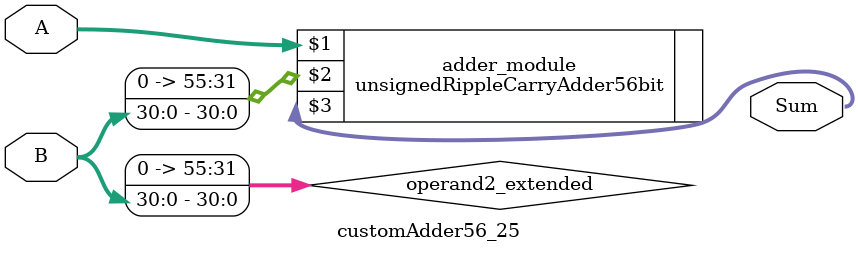
<source format=v>
module customAdder56_25(
                        input [55 : 0] A,
                        input [30 : 0] B,
                        
                        output [56 : 0] Sum
                );

        wire [55 : 0] operand2_extended;
        
        assign operand2_extended =  {25'b0, B};
        
        unsignedRippleCarryAdder56bit adder_module(
            A,
            operand2_extended,
            Sum
        );
        
        endmodule
        
</source>
